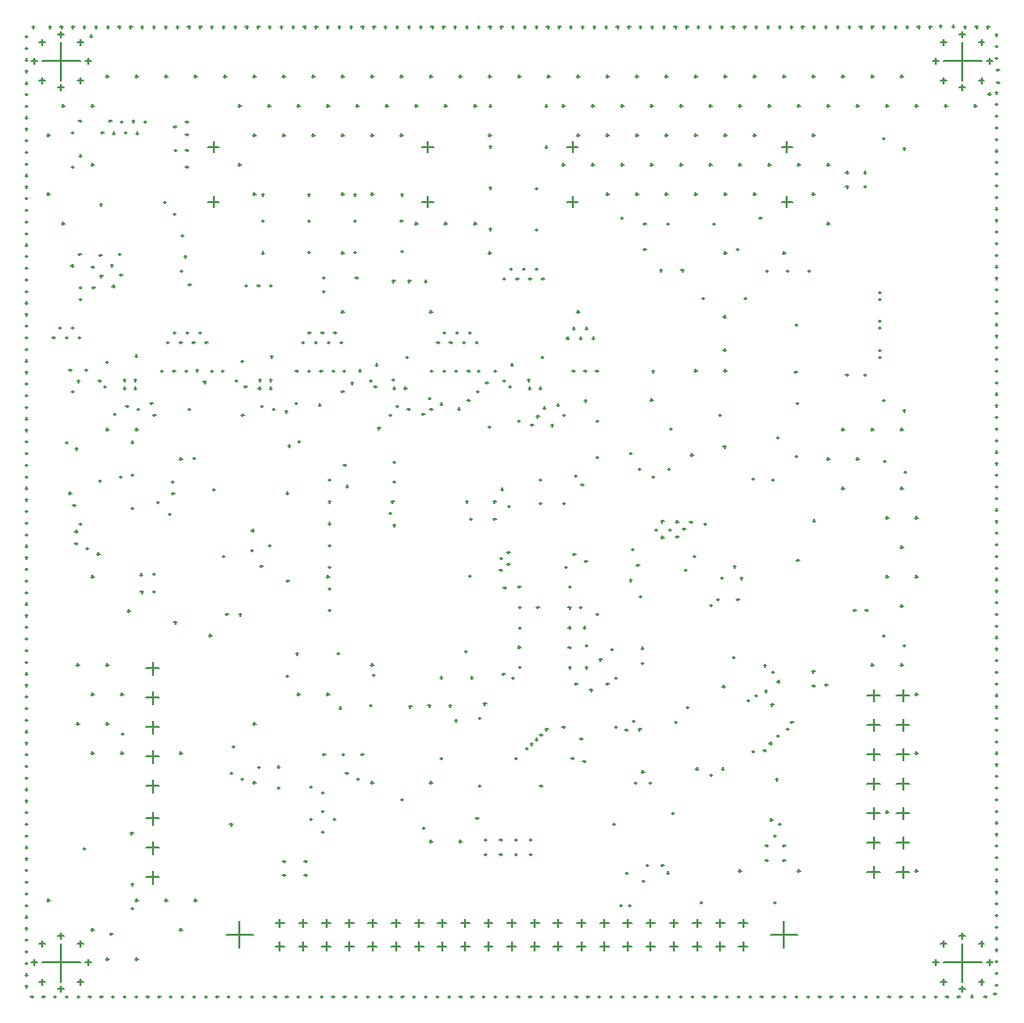
<source format=gbr>
G04*
G04 #@! TF.GenerationSoftware,Altium Limited,Altium Designer,24.1.2 (44)*
G04*
G04 Layer_Color=128*
%FSLAX44Y44*%
%MOMM*%
G71*
G04*
G04 #@! TF.SameCoordinates,178800DE-C825-426D-9C7D-1BE6540C9A12*
G04*
G04*
G04 #@! TF.FilePolarity,Positive*
G04*
G01*
G75*
%ADD18C,0.1270*%
D18*
X427625Y142078D02*
X429625D01*
X428625Y141078D02*
Y143078D01*
X427625Y129078D02*
X429625D01*
X428625Y128078D02*
Y130078D01*
X440625Y142078D02*
X442625D01*
X441625Y141078D02*
Y143078D01*
X414625Y142078D02*
X416625D01*
X415625Y141078D02*
Y143078D01*
X414625Y129078D02*
X416625D01*
X415625Y128078D02*
Y130078D01*
X401625Y142078D02*
X403625D01*
X402625Y141078D02*
Y143078D01*
X401625Y129078D02*
X403625D01*
X402625Y128078D02*
Y130078D01*
X440625Y129078D02*
X442625D01*
X441625Y128078D02*
Y130078D01*
X757600Y113800D02*
X767800D01*
X762700Y108700D02*
Y118900D01*
X732200Y113800D02*
X742400D01*
X737300Y108700D02*
Y118900D01*
X757600Y139200D02*
X767800D01*
X762700Y134100D02*
Y144300D01*
X732200Y139200D02*
X742400D01*
X737300Y134100D02*
Y144300D01*
X757600Y164600D02*
X767800D01*
X762700Y159500D02*
Y169700D01*
X732200Y164600D02*
X742400D01*
X737300Y159500D02*
Y169700D01*
X732200Y190000D02*
X742400D01*
X737300Y184900D02*
Y195100D01*
X732200Y215400D02*
X742400D01*
X737300Y210300D02*
Y220500D01*
X757600Y240800D02*
X767800D01*
X762700Y235700D02*
Y245900D01*
X732200Y240800D02*
X742400D01*
X737300Y235700D02*
Y245900D01*
X757600Y266200D02*
X767800D01*
X762700Y261100D02*
Y271300D01*
X732200Y266200D02*
X742400D01*
X737300Y261100D02*
Y271300D01*
X757600Y190000D02*
X767800D01*
X762700Y184900D02*
Y195100D01*
X757600Y215400D02*
X767800D01*
X762700Y210300D02*
Y220500D01*
X347750Y692500D02*
X357250D01*
X352500Y687750D02*
Y697250D01*
X162750Y692500D02*
X172250D01*
X167500Y687750D02*
Y697250D01*
X347750Y740000D02*
X357250D01*
X352500Y735250D02*
Y744750D01*
X162750Y740000D02*
X172250D01*
X167500Y735250D02*
Y744750D01*
X657750Y692500D02*
X667250D01*
X662500Y687750D02*
Y697250D01*
X472750Y692500D02*
X482250D01*
X477500Y687750D02*
Y697250D01*
X657750Y740000D02*
X667250D01*
X662500Y735250D02*
Y744750D01*
X472750Y740000D02*
X482250D01*
X477500Y735250D02*
Y744750D01*
X621250Y50000D02*
X628750D01*
X625000Y46250D02*
Y53750D01*
X621250Y70000D02*
X628750D01*
X625000Y66250D02*
Y73750D01*
X601250Y50000D02*
X608750D01*
X605000Y46250D02*
Y53750D01*
X601250Y70000D02*
X608750D01*
X605000Y66250D02*
Y73750D01*
X581250Y50000D02*
X588750D01*
X585000Y46250D02*
Y53750D01*
X581250Y70000D02*
X588750D01*
X585000Y66250D02*
Y73750D01*
X561250Y50000D02*
X568750D01*
X565000Y46250D02*
Y53750D01*
X561250Y70000D02*
X568750D01*
X565000Y66250D02*
Y73750D01*
X541250Y50000D02*
X548750D01*
X545000Y46250D02*
Y53750D01*
X541250Y70000D02*
X548750D01*
X545000Y66250D02*
Y73750D01*
X521250Y50000D02*
X528750D01*
X525000Y46250D02*
Y53750D01*
X521250Y70000D02*
X528750D01*
X525000Y66250D02*
Y73750D01*
X501250Y50000D02*
X508750D01*
X505000Y46250D02*
Y53750D01*
X501250Y70000D02*
X508750D01*
X505000Y66250D02*
Y73750D01*
X481250Y50000D02*
X488750D01*
X485000Y46250D02*
Y53750D01*
X481250Y70000D02*
X488750D01*
X485000Y66250D02*
Y73750D01*
X461250Y50000D02*
X468750D01*
X465000Y46250D02*
Y53750D01*
X461250Y70000D02*
X468750D01*
X465000Y66250D02*
Y73750D01*
X441250Y50000D02*
X448750D01*
X445000Y46250D02*
Y53750D01*
X441250Y70000D02*
X448750D01*
X445000Y66250D02*
Y73750D01*
X421250Y50000D02*
X428750D01*
X425000Y46250D02*
Y53750D01*
X421250Y70000D02*
X428750D01*
X425000Y66250D02*
Y73750D01*
X401250Y50000D02*
X408750D01*
X405000Y46250D02*
Y53750D01*
X401250Y70000D02*
X408750D01*
X405000Y66250D02*
Y73750D01*
X381250Y50000D02*
X388750D01*
X385000Y46250D02*
Y53750D01*
X381250Y70000D02*
X388750D01*
X385000Y66250D02*
Y73750D01*
X361250Y50000D02*
X368750D01*
X365000Y46250D02*
Y53750D01*
X361250Y70000D02*
X368750D01*
X365000Y66250D02*
Y73750D01*
X341250Y50000D02*
X348750D01*
X345000Y46250D02*
Y53750D01*
X341250Y70000D02*
X348750D01*
X345000Y66250D02*
Y73750D01*
X321250Y50000D02*
X328750D01*
X325000Y46250D02*
Y53750D01*
X321250Y70000D02*
X328750D01*
X325000Y66250D02*
Y73750D01*
X301250Y50000D02*
X308750D01*
X305000Y46250D02*
Y53750D01*
X301250Y70000D02*
X308750D01*
X305000Y66250D02*
Y73750D01*
X281250Y50000D02*
X288750D01*
X285000Y46250D02*
Y53750D01*
X281250Y70000D02*
X288750D01*
X285000Y66250D02*
Y73750D01*
X261250Y50000D02*
X268750D01*
X265000Y46250D02*
Y53750D01*
X261250Y70000D02*
X268750D01*
X265000Y66250D02*
Y73750D01*
X241250Y50000D02*
X248750D01*
X245000Y46250D02*
Y53750D01*
X241250Y70000D02*
X248750D01*
X245000Y66250D02*
Y73750D01*
X221250Y50000D02*
X228750D01*
X225000Y46250D02*
Y53750D01*
X221250Y70000D02*
X228750D01*
X225000Y66250D02*
Y73750D01*
X178500Y60000D02*
X201500D01*
X190000Y48500D02*
Y71500D01*
X648500Y60000D02*
X671500D01*
X660000Y48500D02*
Y71500D01*
X17060Y52440D02*
X22060D01*
X19560Y49940D02*
Y54940D01*
X49940Y19560D02*
X54940D01*
X52440Y17060D02*
Y22060D01*
X17060Y19560D02*
X22060D01*
X19560Y17060D02*
Y22060D01*
X49940Y52440D02*
X54940D01*
X52440Y49940D02*
Y54940D01*
X56750Y36000D02*
X61750D01*
X59250Y33500D02*
Y38500D01*
X33500Y13140D02*
X38500D01*
X36000Y10640D02*
Y15640D01*
X10250Y36000D02*
X15250D01*
X12750Y33500D02*
Y38500D01*
X33500Y59250D02*
X38500D01*
X36000Y56750D02*
Y61750D01*
X19500Y36000D02*
X52500D01*
X36000Y19500D02*
Y52500D01*
X17060Y830440D02*
X22060D01*
X19560Y827940D02*
Y832940D01*
X49940Y797560D02*
X54940D01*
X52440Y795060D02*
Y800060D01*
X17060Y797560D02*
X22060D01*
X19560Y795060D02*
Y800060D01*
X49940Y830440D02*
X54940D01*
X52440Y827940D02*
Y832940D01*
X56750Y814000D02*
X61750D01*
X59250Y811500D02*
Y816500D01*
X33500Y791140D02*
X38500D01*
X36000Y788640D02*
Y793640D01*
X10250Y814000D02*
X15250D01*
X12750Y811500D02*
Y816500D01*
X33500Y837250D02*
X38500D01*
X36000Y834750D02*
Y839750D01*
X19500Y814000D02*
X52500D01*
X36000Y797500D02*
Y830500D01*
X795060Y830440D02*
X800060D01*
X797560Y827940D02*
Y832940D01*
X827940Y797560D02*
X832940D01*
X830440Y795060D02*
Y800060D01*
X795060Y797560D02*
X800060D01*
X797560Y795060D02*
Y800060D01*
X827940Y830440D02*
X832940D01*
X830440Y827940D02*
Y832940D01*
X834750Y814000D02*
X839750D01*
X837250Y811500D02*
Y816500D01*
X811500Y791140D02*
X816500D01*
X814000Y788640D02*
Y793640D01*
X788250Y814000D02*
X793250D01*
X790750Y811500D02*
Y816500D01*
X811500Y837250D02*
X816500D01*
X814000Y834750D02*
Y839750D01*
X797500Y814000D02*
X830500D01*
X814000Y797500D02*
Y830500D01*
X795060Y52440D02*
X800060D01*
X797560Y49940D02*
Y54940D01*
X827940Y19560D02*
X832940D01*
X830440Y17060D02*
Y22060D01*
X795060Y19560D02*
X800060D01*
X797560Y17060D02*
Y22060D01*
X827940Y52440D02*
X832940D01*
X830440Y49940D02*
Y54940D01*
X834750Y36000D02*
X839750D01*
X837250Y33500D02*
Y38500D01*
X811500Y13140D02*
X816500D01*
X814000Y10640D02*
Y15640D01*
X788250Y36000D02*
X793250D01*
X790750Y33500D02*
Y38500D01*
X811500Y59250D02*
X816500D01*
X814000Y56750D02*
Y61750D01*
X797500Y36000D02*
X830500D01*
X814000Y19500D02*
Y52500D01*
X109816Y109728D02*
X120816D01*
X115316Y104228D02*
Y115228D01*
X109816Y135128D02*
X120816D01*
X115316Y129628D02*
Y140628D01*
X109816Y160528D02*
X120816D01*
X115316Y155028D02*
Y166028D01*
X109816Y188516D02*
X120816D01*
X115316Y183016D02*
Y194016D01*
X109816Y213916D02*
X120816D01*
X115316Y208416D02*
Y219416D01*
X109816Y239316D02*
X120816D01*
X115316Y233816D02*
Y244816D01*
X109816Y264716D02*
X120816D01*
X115316Y259216D02*
Y270216D01*
X109816Y290116D02*
X120816D01*
X115316Y284616D02*
Y295616D01*
X684800Y417484D02*
X686800D01*
X685800Y416484D02*
Y418484D01*
X619407Y349602D02*
X621407D01*
X620407Y348602D02*
Y350602D01*
X615455Y299628D02*
X617455D01*
X616455Y298628D02*
Y300628D01*
X596041Y197657D02*
X598041D01*
X597041Y196657D02*
Y198657D01*
X606489Y203289D02*
X608489D01*
X607489Y202289D02*
Y204289D01*
X584015Y203289D02*
X586015D01*
X585014Y202289D02*
Y204289D01*
X824186Y775582D02*
X826186D01*
X825186Y774582D02*
Y776582D01*
X798786Y775582D02*
X800786D01*
X799786Y774582D02*
Y776582D01*
X760686Y800982D02*
X762686D01*
X761686Y799982D02*
Y801982D01*
X773386Y775582D02*
X775386D01*
X774386Y774582D02*
Y776582D01*
X760686Y496182D02*
X762686D01*
X761686Y495182D02*
Y497182D01*
X760686Y445382D02*
X762686D01*
X761686Y444382D02*
Y446382D01*
X773386Y419982D02*
X775386D01*
X774386Y418982D02*
Y420982D01*
X760686Y394582D02*
X762686D01*
X761686Y393582D02*
Y395582D01*
X773386Y369182D02*
X775386D01*
X774386Y368182D02*
Y370182D01*
X760686Y343782D02*
X762686D01*
X761686Y342782D02*
Y344782D01*
X760686Y292982D02*
X762686D01*
X761686Y291982D02*
Y293982D01*
X773386Y267582D02*
X775386D01*
X774386Y266582D02*
Y268582D01*
X773386Y216782D02*
X775386D01*
X774386Y215782D02*
Y217782D01*
X773386Y115182D02*
X775386D01*
X774386Y114182D02*
Y116182D01*
X735286Y800982D02*
X737286D01*
X736286Y799982D02*
Y801982D01*
X747986Y775582D02*
X749986D01*
X748986Y774582D02*
Y776582D01*
X735286Y496182D02*
X737286D01*
X736286Y495182D02*
Y497182D01*
X747986Y419982D02*
X749986D01*
X748986Y418982D02*
Y420982D01*
X747986Y369182D02*
X749986D01*
X748986Y368182D02*
Y370182D01*
X735286Y292982D02*
X737286D01*
X736286Y291982D02*
Y293982D01*
X747986Y165982D02*
X749986D01*
X748986Y164982D02*
Y166982D01*
X709886Y800982D02*
X711886D01*
X710886Y799982D02*
Y801982D01*
X722586Y775582D02*
X724586D01*
X723586Y774582D02*
Y776582D01*
X709886Y496182D02*
X711886D01*
X710886Y495182D02*
Y497182D01*
X722586Y470782D02*
X724586D01*
X723586Y469782D02*
Y471782D01*
X709886Y445382D02*
X711886D01*
X710886Y444382D02*
Y446382D01*
X684486Y800982D02*
X686486D01*
X685486Y799982D02*
Y801982D01*
X697186Y775582D02*
X699186D01*
X698186Y774582D02*
Y776582D01*
X684486Y750182D02*
X686486D01*
X685486Y749182D02*
Y751182D01*
X697186Y724782D02*
X699186D01*
X698186Y723782D02*
Y725782D01*
X684486Y699382D02*
X686486D01*
X685486Y698382D02*
Y700382D01*
X697186Y673982D02*
X699186D01*
X698186Y672982D02*
Y674982D01*
X697186Y470782D02*
X699186D01*
X698186Y469782D02*
Y471782D01*
X659086Y800982D02*
X661086D01*
X660086Y799982D02*
Y801982D01*
X671786Y775582D02*
X673786D01*
X672786Y774582D02*
Y776582D01*
X671786Y724782D02*
X673786D01*
X672786Y723782D02*
Y725782D01*
X659086Y648582D02*
X661086D01*
X660086Y647582D02*
Y649582D01*
X671786Y115182D02*
X673786D01*
X672786Y114182D02*
Y116182D01*
X633686Y800982D02*
X635686D01*
X634686Y799982D02*
Y801982D01*
X646386Y775582D02*
X648386D01*
X647386Y774582D02*
Y776582D01*
X633686Y750182D02*
X635686D01*
X634686Y749182D02*
Y751182D01*
X646386Y724782D02*
X648386D01*
X647386Y723782D02*
Y725782D01*
X633686Y699382D02*
X635686D01*
X634686Y698382D02*
Y700382D01*
X608286Y800982D02*
X610286D01*
X609286Y799982D02*
Y801982D01*
X620986Y775582D02*
X622986D01*
X621986Y774582D02*
Y776582D01*
X608286Y750182D02*
X610286D01*
X609286Y749182D02*
Y751182D01*
X620986Y724782D02*
X622986D01*
X621986Y723782D02*
Y725782D01*
X608286Y699382D02*
X610286D01*
X609286Y698382D02*
Y700382D01*
X608286Y648582D02*
X610286D01*
X609286Y647582D02*
Y649582D01*
X608286Y546982D02*
X610286D01*
X609286Y545982D02*
Y547982D01*
X620986Y115182D02*
X622986D01*
X621986Y114182D02*
Y116182D01*
X582886Y800982D02*
X584886D01*
X583886Y799982D02*
Y801982D01*
X595586Y775582D02*
X597586D01*
X596586Y774582D02*
Y776582D01*
X582886Y750182D02*
X584886D01*
X583886Y749182D02*
Y751182D01*
X595586Y724782D02*
X597586D01*
X596586Y723782D02*
Y725782D01*
X582886Y699382D02*
X584886D01*
X583886Y698382D02*
Y700382D01*
X582886Y546982D02*
X584886D01*
X583886Y545982D02*
Y547982D01*
X557486Y800982D02*
X559486D01*
X558486Y799982D02*
Y801982D01*
X570186Y775582D02*
X572186D01*
X571186Y774582D02*
Y776582D01*
X557486Y750182D02*
X559486D01*
X558486Y749182D02*
Y751182D01*
X570186Y724782D02*
X572186D01*
X571186Y723782D02*
Y725782D01*
X557486Y699382D02*
X559486D01*
X558486Y698382D02*
Y700382D01*
X532086Y800982D02*
X534086D01*
X533086Y799982D02*
Y801982D01*
X544786Y775582D02*
X546786D01*
X545786Y774582D02*
Y776582D01*
X532086Y750182D02*
X534086D01*
X533086Y749182D02*
Y751182D01*
X544786Y724782D02*
X546786D01*
X545786Y723782D02*
Y725782D01*
X532086Y699382D02*
X534086D01*
X533086Y698382D02*
Y700382D01*
X544786Y521582D02*
X546786D01*
X545786Y520582D02*
Y522582D01*
X506686Y800982D02*
X508686D01*
X507686Y799982D02*
Y801982D01*
X519386Y775582D02*
X521386D01*
X520386Y774582D02*
Y776582D01*
X506686Y750182D02*
X508686D01*
X507686Y749182D02*
Y751182D01*
X519386Y724782D02*
X521386D01*
X520386Y723782D02*
Y725782D01*
X506686Y699382D02*
X508686D01*
X507686Y698382D02*
Y700382D01*
X481286Y800982D02*
X483286D01*
X482286Y799982D02*
Y801982D01*
X493986Y775582D02*
X495986D01*
X494986Y774582D02*
Y776582D01*
X481286Y750182D02*
X483286D01*
X482286Y749182D02*
Y751182D01*
X493986Y724782D02*
X495986D01*
X494986Y723782D02*
Y725782D01*
X481286Y597782D02*
X483286D01*
X482286Y596782D02*
Y598782D01*
X455886Y800982D02*
X457886D01*
X456886Y799982D02*
Y801982D01*
X468586Y775582D02*
X470586D01*
X469586Y774582D02*
Y776582D01*
X468586Y724782D02*
X470586D01*
X469586Y723782D02*
Y725782D01*
X430486Y800982D02*
X432486D01*
X431486Y799982D02*
Y801982D01*
X405086Y800982D02*
X407086D01*
X406086Y799982D02*
Y801982D01*
X405086Y750182D02*
X407086D01*
X406086Y749182D02*
Y751182D01*
X405086Y648582D02*
X407086D01*
X406086Y647582D02*
Y649582D01*
X379686Y800982D02*
X381686D01*
X380686Y799982D02*
Y801982D01*
X392386Y775582D02*
X394386D01*
X393386Y774582D02*
Y776582D01*
X392386Y673982D02*
X394386D01*
X393386Y672982D02*
Y674982D01*
X379686Y140582D02*
X381686D01*
X380686Y139582D02*
Y141582D01*
X354286Y800982D02*
X356286D01*
X355286Y799982D02*
Y801982D01*
X366986Y775582D02*
X368986D01*
X367986Y774582D02*
Y776582D01*
X366986Y673982D02*
X368986D01*
X367986Y672982D02*
Y674982D01*
X354286Y597782D02*
X356286D01*
X355286Y596782D02*
Y598782D01*
X354286Y191382D02*
X356286D01*
X355286Y190382D02*
Y192382D01*
X354286Y140582D02*
X356286D01*
X355286Y139582D02*
Y141582D01*
X328886Y800982D02*
X330886D01*
X329886Y799982D02*
Y801982D01*
X341586Y775582D02*
X343586D01*
X342586Y774582D02*
Y776582D01*
X328886Y750182D02*
X330886D01*
X329886Y749182D02*
Y751182D01*
X341586Y673982D02*
X343586D01*
X342586Y672982D02*
Y674982D01*
X303486Y800982D02*
X305486D01*
X304486Y799982D02*
Y801982D01*
X316186Y775582D02*
X318186D01*
X317186Y774582D02*
Y776582D01*
X303486Y750182D02*
X305486D01*
X304486Y749182D02*
Y751182D01*
X303486Y699382D02*
X305486D01*
X304486Y698382D02*
Y700382D01*
X303486Y292982D02*
X305486D01*
X304486Y291982D02*
Y293982D01*
X303486Y191382D02*
X305486D01*
X304486Y190382D02*
Y192382D01*
X278086Y800982D02*
X280086D01*
X279086Y799982D02*
Y801982D01*
X290786Y775582D02*
X292786D01*
X291786Y774582D02*
Y776582D01*
X278086Y750182D02*
X280086D01*
X279086Y749182D02*
Y751182D01*
X278086Y699382D02*
X280086D01*
X279086Y698382D02*
Y700382D01*
X278086Y648582D02*
X280086D01*
X279086Y647582D02*
Y649582D01*
X278086Y597782D02*
X280086D01*
X279086Y596782D02*
Y598782D01*
X252686Y800982D02*
X254686D01*
X253686Y799982D02*
Y801982D01*
X265386Y775582D02*
X267386D01*
X266386Y774582D02*
Y776582D01*
X252686Y750182D02*
X254686D01*
X253686Y749182D02*
Y751182D01*
X265386Y369182D02*
X267386D01*
X266386Y368182D02*
Y370182D01*
X265386Y267582D02*
X267386D01*
X266386Y266582D02*
Y268582D01*
X227286Y800982D02*
X229286D01*
X228286Y799982D02*
Y801982D01*
X239986Y775582D02*
X241986D01*
X240986Y774582D02*
Y776582D01*
X227286Y750182D02*
X229286D01*
X228286Y749182D02*
Y751182D01*
X239986Y267582D02*
X241986D01*
X240986Y266582D02*
Y268582D01*
X201886Y800982D02*
X203886D01*
X202886Y799982D02*
Y801982D01*
X214586Y775582D02*
X216586D01*
X215586Y774582D02*
Y776582D01*
X201886Y750182D02*
X203886D01*
X202886Y749182D02*
Y751182D01*
X201886Y699382D02*
X203886D01*
X202886Y698382D02*
Y700382D01*
X201886Y242182D02*
X203886D01*
X202886Y241182D02*
Y243182D01*
X201886Y191382D02*
X203886D01*
X202886Y190382D02*
Y192382D01*
X176486Y800982D02*
X178486D01*
X177486Y799982D02*
Y801982D01*
X189186Y775582D02*
X191186D01*
X190186Y774582D02*
Y776582D01*
X189186Y724782D02*
X191186D01*
X190186Y723782D02*
Y725782D01*
X151086Y800982D02*
X153086D01*
X152086Y799982D02*
Y801982D01*
X163786Y318382D02*
X165786D01*
X164786Y317382D02*
Y319382D01*
X151086Y89782D02*
X153086D01*
X152086Y88782D02*
Y90782D01*
X125686Y800982D02*
X127686D01*
X126686Y799982D02*
Y801982D01*
X138386Y470782D02*
X140386D01*
X139386Y469782D02*
Y471782D01*
X138386Y216782D02*
X140386D01*
X139386Y215782D02*
Y217782D01*
X125686Y89782D02*
X127686D01*
X126686Y88782D02*
Y90782D01*
X138386Y64382D02*
X140386D01*
X139386Y63382D02*
Y65382D01*
X100286Y800982D02*
X102286D01*
X101286Y799982D02*
Y801982D01*
X100286Y496182D02*
X102286D01*
X101286Y495182D02*
Y497182D01*
X100286Y89782D02*
X102286D01*
X101286Y88782D02*
Y90782D01*
X100286Y38982D02*
X102286D01*
X101286Y37982D02*
Y39982D01*
X74886Y800982D02*
X76886D01*
X75886Y799982D02*
Y801982D01*
X74886Y496182D02*
X76886D01*
X75886Y495182D02*
Y497182D01*
X74886Y292982D02*
X76886D01*
X75886Y291982D02*
Y293982D01*
X87586Y267582D02*
X89586D01*
X88586Y266582D02*
Y268582D01*
X74886Y242182D02*
X76886D01*
X75886Y241182D02*
Y243182D01*
X87586Y216782D02*
X89586D01*
X88586Y215782D02*
Y217782D01*
X74886Y38982D02*
X76886D01*
X75886Y37982D02*
Y39982D01*
X62186Y775582D02*
X64186D01*
X63186Y774582D02*
Y776582D01*
X62186Y724782D02*
X64186D01*
X63186Y723782D02*
Y725782D01*
X62186Y369182D02*
X64186D01*
X63186Y368182D02*
Y370182D01*
X49486Y292982D02*
X51486D01*
X50486Y291982D02*
Y293982D01*
X62186Y267582D02*
X64186D01*
X63186Y266582D02*
Y268582D01*
X49486Y242182D02*
X51486D01*
X50486Y241182D02*
Y243182D01*
X62186Y216782D02*
X64186D01*
X63186Y215782D02*
Y217782D01*
X62186Y64382D02*
X64186D01*
X63186Y63382D02*
Y65382D01*
X36786Y775582D02*
X38786D01*
X37786Y774582D02*
Y776582D01*
X24086Y750182D02*
X26086D01*
X25086Y749182D02*
Y751182D01*
X24086Y699382D02*
X26086D01*
X25086Y698382D02*
Y700382D01*
X36786Y673982D02*
X38786D01*
X37786Y672982D02*
Y674982D01*
X24086Y89782D02*
X26086D01*
X25086Y88782D02*
Y90782D01*
X506837Y276623D02*
X508837D01*
X507837Y275623D02*
Y277623D01*
X492594Y271200D02*
X494594D01*
X493594Y270200D02*
Y272200D01*
X661973Y237795D02*
X663973D01*
X662973Y236795D02*
Y238795D01*
X523060Y236832D02*
X525060D01*
X524060Y235832D02*
Y237832D01*
X514050Y239403D02*
X516050D01*
X515050Y238403D02*
Y240403D01*
X484090Y229307D02*
X486090D01*
X485090Y228307D02*
Y230307D01*
X468846Y239342D02*
X470846D01*
X469846Y238342D02*
Y240342D01*
X486541Y209774D02*
X488541D01*
X487541Y208774D02*
Y210774D01*
X476506Y212532D02*
X478506D01*
X477506Y211532D02*
Y213532D01*
X684624Y287258D02*
X686624D01*
X685624Y286258D02*
Y288258D01*
X649364Y286946D02*
X651364D01*
X650364Y285946D02*
Y287946D01*
X632639Y217956D02*
X634639D01*
X633639Y216956D02*
Y218956D01*
X642636Y292354D02*
X644636D01*
X643636Y291354D02*
Y293354D01*
X654226Y278636D02*
X656226D01*
X655226Y277636D02*
Y279636D01*
X671084Y383032D02*
X673084D01*
X672084Y382032D02*
Y384032D01*
X115618Y508723D02*
X117618D01*
X116618Y507723D02*
Y509723D01*
X145691Y513630D02*
X147691D01*
X146691Y512630D02*
Y514630D01*
X565820Y243723D02*
X567820D01*
X566820Y242723D02*
Y244723D01*
X575580Y256286D02*
X577580D01*
X576580Y255286D02*
Y257286D01*
X513905Y281584D02*
X515905D01*
X514905Y280584D02*
Y282584D01*
X684653Y275089D02*
X686653D01*
X685653Y274089D02*
Y276089D01*
X606750Y274450D02*
X608750D01*
X607750Y273450D02*
Y275450D01*
X643366Y270292D02*
X645366D01*
X644366Y269292D02*
Y271292D01*
X665964Y243509D02*
X667963D01*
X666964Y242509D02*
Y244509D01*
X649041Y258504D02*
X651041D01*
X650041Y257504D02*
Y259504D01*
X653693Y231531D02*
X655693D01*
X654693Y230531D02*
Y232531D01*
X647490Y225328D02*
X649490D01*
X648490Y224328D02*
Y226328D01*
X642394Y218903D02*
X644394D01*
X643394Y217903D02*
Y219903D01*
X635270Y266700D02*
X637270D01*
X636270Y265700D02*
Y267700D01*
X628564Y261970D02*
X630564D01*
X629565Y260970D02*
Y262970D01*
X479668Y276812D02*
X481668D01*
X480668Y275812D02*
Y277812D01*
X388128Y369570D02*
X390128D01*
X389128Y368570D02*
Y370570D01*
X421276Y389971D02*
X423276D01*
X422276Y388971D02*
Y390971D01*
X414701Y374569D02*
X416701D01*
X415701Y373569D02*
Y375569D01*
X574292Y374628D02*
X576292D01*
X575292Y373628D02*
Y375628D01*
X528362Y392453D02*
X530362D01*
X529362Y391453D02*
Y393453D01*
X378782Y513994D02*
X380782D01*
X379782Y512994D02*
Y514995D01*
X321354Y433718D02*
X323354D01*
X322354Y432718D02*
Y434718D01*
X47993Y397807D02*
X49993D01*
X48993Y396807D02*
Y398807D01*
X540885Y119940D02*
X542885D01*
X541885Y118940D02*
Y120940D01*
X554104Y119940D02*
X556105D01*
X555104Y118940D02*
Y120940D01*
X523326Y113097D02*
X525326D01*
X524326Y112098D02*
Y114097D01*
X558914Y113515D02*
X560914D01*
X559914Y112515D02*
Y114515D01*
X537808Y106258D02*
X539808D01*
X538808Y105258D02*
Y107258D01*
X449330Y188458D02*
X451330D01*
X450330Y187458D02*
Y189458D01*
X500796Y297386D02*
X502795D01*
X501796Y296387D02*
Y298386D01*
X510742Y306137D02*
X512742D01*
X511742Y305137D02*
Y307137D01*
X536971Y294500D02*
X538971D01*
X537971Y293500D02*
Y295500D01*
X536971Y307383D02*
X538971D01*
X537971Y306383D02*
Y308383D01*
X409346Y419030D02*
X411346D01*
X410346Y418030D02*
Y420029D01*
X566944Y403704D02*
X568944D01*
X567944Y402704D02*
Y404704D01*
X554148Y403050D02*
X556148D01*
X555148Y402050D02*
Y404050D01*
X578853Y416306D02*
X580853D01*
X579853Y415306D02*
Y417306D01*
X566944Y416715D02*
X568944D01*
X567944Y415715D02*
Y417715D01*
X554148Y416891D02*
X556148D01*
X555148Y415891D02*
Y417891D01*
X548549Y409617D02*
X550549D01*
X549549Y408617D02*
Y410617D01*
X572800Y410217D02*
X574800D01*
X573800Y409217D02*
Y411217D01*
X560340Y409617D02*
X562340D01*
X561340Y408617D02*
Y410617D01*
X581915Y386790D02*
X583915D01*
X582915Y385790D02*
Y387790D01*
X616657Y377889D02*
X618657D01*
X617657Y376889D02*
Y378889D01*
X607702Y564793D02*
X609702D01*
X608702Y563793D02*
Y565793D01*
X607687Y593660D02*
X609687D01*
X608687Y592660D02*
Y594660D01*
X603553Y508633D02*
X605553D01*
X604553Y507633D02*
Y509633D01*
X653938Y488950D02*
X655938D01*
X654938Y487950D02*
Y489950D01*
X579596Y474218D02*
X581596D01*
X580596Y473218D02*
Y475218D01*
X607702Y481200D02*
X609702D01*
X608702Y480200D02*
Y482200D01*
X363487Y518193D02*
X365487D01*
X364487Y517193D02*
Y519193D01*
X386726Y521196D02*
X388726D01*
X387726Y520196D02*
Y522196D01*
X353132Y523099D02*
X355132D01*
X354132Y522099D02*
Y524099D01*
X469162Y508462D02*
X471162D01*
X470162Y507462D02*
Y509462D01*
X498110Y503589D02*
X500110D01*
X499110Y502589D02*
Y504589D01*
X464000Y517458D02*
X466000D01*
X465000Y516458D02*
Y518458D01*
X512334Y155448D02*
X514334D01*
X513334Y154448D02*
Y156448D01*
X563134Y164846D02*
X565134D01*
X564134Y163846D02*
Y165846D01*
X526107Y85084D02*
X528107D01*
X527108Y84084D02*
Y86084D01*
X518430Y85344D02*
X520430D01*
X519430Y84344D02*
Y86344D01*
X394125Y160891D02*
X396125D01*
X395125Y159891D02*
Y161891D01*
X348250Y152400D02*
X350250D01*
X349250Y151400D02*
Y153400D01*
X534739Y237273D02*
X536739D01*
X535739Y236273D02*
Y238272D01*
X695525Y275782D02*
X697525D01*
X696525Y274782D02*
Y276782D01*
X622661Y367778D02*
X624661D01*
X623661Y366778D02*
Y368778D01*
X605499Y367979D02*
X607499D01*
X606498Y366979D02*
Y368979D01*
X535182Y351779D02*
X537182D01*
X536182Y350779D02*
Y352779D01*
X405654Y775716D02*
X407654D01*
X406654Y774716D02*
Y776716D01*
X405720Y740222D02*
X407720D01*
X406720Y739222D02*
Y741222D01*
X405720Y704662D02*
X407720D01*
X406720Y703662D02*
Y705662D01*
X421582Y430111D02*
X423582D01*
X422582Y429111D02*
Y431111D01*
X409346Y433755D02*
X411346D01*
X410346Y432755D02*
Y434755D01*
X388657Y419030D02*
X390657D01*
X389657Y418030D02*
Y420029D01*
X488106Y382316D02*
X490106D01*
X489106Y381316D02*
Y383316D01*
X471108Y377220D02*
X473108D01*
X472108Y376220D02*
Y378220D01*
X47993Y408202D02*
X49993D01*
X48993Y407202D02*
Y409202D01*
X417073Y285226D02*
X419073D01*
X418073Y284226D02*
Y286226D01*
X389519Y281982D02*
X391519D01*
X390519Y280982D02*
Y282982D01*
X336511Y256845D02*
X338512D01*
X337511Y255845D02*
Y257845D01*
X276229Y255782D02*
X278229D01*
X277229Y254782D02*
Y256782D01*
X51856Y414782D02*
X53856D01*
X52856Y413783D02*
Y415783D01*
X376160Y244888D02*
X378160D01*
X377160Y243888D02*
Y245888D01*
X131701Y441139D02*
X133701D01*
X132702Y440139D02*
Y442139D01*
X166640Y444500D02*
X168640D01*
X167640Y443500D02*
Y445500D01*
X150152Y471180D02*
X152152D01*
X151152Y470180D02*
Y472180D01*
X425069Y281870D02*
X427069D01*
X426069Y280870D02*
Y282870D01*
X352822Y257674D02*
X354822D01*
X353822Y256674D02*
Y258674D01*
X371110Y257674D02*
X373110D01*
X372110Y256674D02*
Y258674D01*
X384416Y304412D02*
X386416D01*
X385416Y303412D02*
Y305412D01*
X532963Y379193D02*
X534963D01*
X533963Y378193D02*
Y380193D01*
X526538Y365949D02*
X528538D01*
X527538Y364949D02*
Y366949D01*
X596190Y344500D02*
X598190D01*
X597190Y343500D02*
Y345500D01*
X601967Y349307D02*
X603967D01*
X602967Y348307D02*
Y350307D01*
X181784Y155190D02*
X183784D01*
X182784Y154190D02*
Y156190D01*
X96088Y147618D02*
X98088D01*
X97088Y146618D02*
Y148618D01*
X274342Y302600D02*
X276342D01*
X275342Y301600D02*
Y303600D01*
X363079Y281982D02*
X365079D01*
X364079Y280982D02*
Y282982D01*
X477928Y388644D02*
X479928D01*
X478928Y387644D02*
Y389644D01*
X415061Y384977D02*
X417061D01*
X416061Y383977D02*
Y385977D01*
X421176Y379941D02*
X423176D01*
X422176Y378941D02*
Y380941D01*
X304922Y284480D02*
X306922D01*
X305922Y283480D02*
Y285480D01*
X322850Y413357D02*
X324850D01*
X323850Y412357D02*
Y414357D01*
X48512Y479461D02*
X50512D01*
X49512Y478461D02*
Y480461D01*
X488897Y290696D02*
X490897D01*
X489897Y289696D02*
Y291696D01*
X488897Y309443D02*
X490897D01*
X489897Y308443D02*
Y310443D01*
X655546Y155327D02*
X657546D01*
X656546Y154327D02*
Y156327D01*
X648141Y159242D02*
X650141D01*
X649141Y158242D02*
Y160242D01*
X248918Y649001D02*
X250917D01*
X249918Y648001D02*
Y650001D01*
X288987Y649315D02*
X290987D01*
X289987Y648315D02*
Y650315D01*
X409654Y546703D02*
X411654D01*
X410653Y545703D02*
Y547703D01*
X395514Y546703D02*
X397514D01*
X396514Y545703D02*
Y547703D01*
X292811Y547034D02*
X294811D01*
X293811Y546034D02*
Y548034D01*
X279517Y546888D02*
X281517D01*
X280517Y545888D02*
Y547888D01*
X165417Y546842D02*
X167417D01*
X166417Y545842D02*
Y547842D01*
X152347Y547156D02*
X154347D01*
X153347Y546156D02*
Y548156D01*
X42953Y547449D02*
X44953D01*
X43953Y546449D02*
Y548449D01*
X56652Y547562D02*
X58652D01*
X57652Y546562D02*
Y548562D01*
X281934Y447180D02*
X283934D01*
X282934Y446180D02*
Y448180D01*
X474358Y360563D02*
X476358D01*
X475359Y359563D02*
Y361563D01*
X483511Y342463D02*
X485511D01*
X484511Y341463D02*
Y343463D01*
X486975Y325303D02*
X488975D01*
X487975Y324303D02*
Y326303D01*
X446596Y342505D02*
X448596D01*
X447595Y341505D02*
Y343505D01*
X836286Y785782D02*
X838287D01*
X837287Y784782D02*
Y786783D01*
X61286Y835782D02*
X63286D01*
X62286Y834782D02*
Y836783D01*
X78300Y60960D02*
X80300D01*
X79300Y59960D02*
Y61960D01*
X46276Y430788D02*
X48276D01*
X47276Y429789D02*
Y431788D01*
X96813Y485262D02*
X98813D01*
X97814Y484263D02*
Y486263D01*
X39865Y485125D02*
X41865D01*
X40865Y484124D02*
Y486124D01*
X57586Y393685D02*
X59587D01*
X58587Y392685D02*
Y394684D01*
X67312Y388681D02*
X69312D01*
X68312Y387681D02*
Y389681D01*
X295077Y215884D02*
X297076D01*
X296077Y214884D02*
Y216884D01*
X262057Y215884D02*
X264056D01*
X263057Y214884D02*
Y216884D01*
X278512Y215884D02*
X280513D01*
X279513Y214884D02*
Y216884D01*
X281702Y199390D02*
X283702D01*
X282702Y198390D02*
Y200390D01*
X291428Y194387D02*
X293428D01*
X292428Y193387D02*
Y195387D01*
X222520Y204963D02*
X224520D01*
X223520Y203963D02*
Y205963D01*
X206010Y204470D02*
X208010D01*
X207010Y203470D02*
Y205470D01*
X191606Y194387D02*
X193606D01*
X192606Y193387D02*
Y195387D01*
X181880Y199390D02*
X183880D01*
X182880Y198390D02*
Y200390D01*
X250460Y160020D02*
X252460D01*
X251460Y159020D02*
Y161020D01*
X270780Y160020D02*
X272780D01*
X271780Y159020D02*
Y161020D01*
X260620Y166370D02*
X262620D01*
X261620Y165370D02*
Y167370D01*
X260620Y148590D02*
X262620D01*
X261620Y147590D02*
Y149590D01*
X260620Y182880D02*
X262620D01*
X261620Y181880D02*
Y183880D01*
X745110Y747410D02*
X747110D01*
X746110Y746410D02*
Y748410D01*
X762890Y738520D02*
X764890D01*
X763890Y737520D02*
Y739520D01*
X745110Y521410D02*
X747110D01*
X746110Y520410D02*
Y522410D01*
X762890Y512520D02*
X764890D01*
X763890Y511520D02*
Y513520D01*
X745110Y318310D02*
X747110D01*
X746110Y317310D02*
Y319310D01*
X762890Y309420D02*
X764890D01*
X763890Y308420D02*
Y310420D01*
X763540Y459740D02*
X765540D01*
X764540Y458740D02*
Y460740D01*
X745760Y468630D02*
X747760D01*
X746760Y467630D02*
Y469630D01*
X246075Y111760D02*
X248075D01*
X247075Y110760D02*
Y112760D01*
X246075Y123190D02*
X248075D01*
X247075Y122190D02*
Y124190D01*
X227577Y111760D02*
X229577D01*
X228577Y110760D02*
Y112760D01*
X227577Y123190D02*
X229577D01*
X228577Y122190D02*
Y124190D01*
X454216Y237395D02*
X456216D01*
X455216Y236395D02*
Y238395D01*
X651089Y87630D02*
X653089D01*
X652089Y86630D02*
Y88630D01*
X587842Y87793D02*
X589842D01*
X588842Y86793D02*
Y88793D01*
X437068Y220555D02*
X439068D01*
X438068Y219555D02*
Y221555D01*
X441155Y224642D02*
X443155D01*
X442155Y223642D02*
Y225642D01*
X445243Y228729D02*
X447243D01*
X446242Y227729D02*
Y229729D01*
X449330Y232817D02*
X451330D01*
X450330Y231817D02*
Y233816D01*
X28606Y575530D02*
X30606D01*
X29606Y574530D02*
Y576530D01*
X39668Y575530D02*
X41668D01*
X40668Y574530D02*
Y576530D01*
X34137Y583984D02*
X36137D01*
X35137Y582984D02*
Y584984D01*
X45198Y583984D02*
X47198D01*
X46198Y582984D02*
Y584984D01*
X50729Y575530D02*
X52729D01*
X51729Y574530D02*
Y576530D01*
X396510Y188358D02*
X398510D01*
X397510Y187358D02*
Y189358D01*
X86875Y629800D02*
X88875D01*
X87875Y628801D02*
Y630801D01*
X80155Y619894D02*
X82155D01*
X81155Y618895D02*
Y620895D01*
X69892Y628531D02*
X71892D01*
X70892Y627531D02*
Y629530D01*
X63172Y618624D02*
X65172D01*
X64172Y617625D02*
Y619624D01*
X85673Y647630D02*
X87673D01*
X86673Y646630D02*
Y648630D01*
X78953Y637724D02*
X80953D01*
X79953Y636724D02*
Y638724D01*
X69101Y646399D02*
X71101D01*
X70101Y645399D02*
Y647399D01*
X62381Y636493D02*
X64381D01*
X63381Y635493D02*
Y637493D01*
X133675Y736953D02*
X135675D01*
X134675Y735953D02*
Y737953D01*
X44720Y752602D02*
X46720D01*
X45720Y751602D02*
Y753602D01*
X51440Y762508D02*
X53440D01*
X52440Y761508D02*
Y763508D01*
X70720Y752602D02*
X72720D01*
X71720Y751602D02*
Y753602D01*
X77440Y762508D02*
X79440D01*
X78440Y761508D02*
Y763508D01*
X107389Y761880D02*
X109389D01*
X108389Y760881D02*
Y762880D01*
X100669Y751974D02*
X102669D01*
X101669Y750975D02*
Y752974D01*
X97406Y762262D02*
X99406D01*
X98406Y761262D02*
Y763261D01*
X90686Y752355D02*
X92686D01*
X91686Y751356D02*
Y753355D01*
X87423Y761880D02*
X89423D01*
X88423Y760881D02*
Y762880D01*
X80703Y751974D02*
X82703D01*
X81703Y750975D02*
Y752974D01*
X418058Y359430D02*
X420058D01*
X419058Y358430D02*
Y360430D01*
X178193Y336661D02*
X180193D01*
X179193Y335662D02*
Y337662D01*
X189887Y336400D02*
X191887D01*
X190887Y335400D02*
Y337400D01*
X175530Y386530D02*
X177530D01*
X176530Y385530D02*
Y387530D01*
X133509Y329568D02*
X135509D01*
X134509Y328568D02*
Y330568D01*
X591250Y414750D02*
X593250D01*
X592250Y413750D02*
Y415750D01*
X484885Y448707D02*
X486885D01*
X485885Y447707D02*
Y449707D01*
X479402Y455896D02*
X481401D01*
X480401Y454897D02*
Y456897D01*
X222520Y186690D02*
X224520D01*
X223520Y185690D02*
Y187690D01*
X363490Y212500D02*
X365490D01*
X364490Y211500D02*
Y213500D01*
X427475Y212500D02*
X429475D01*
X428475Y211500D02*
Y213500D01*
X239030Y302456D02*
X241030D01*
X240030Y301456D02*
Y303456D01*
X302530Y257810D02*
X304530D01*
X303530Y256810D02*
Y258810D01*
X230631Y441262D02*
X232631D01*
X231631Y440262D02*
Y442262D01*
X230769Y365715D02*
X232769D01*
X231769Y364715D02*
Y366715D01*
X131444Y451180D02*
X133444D01*
X132444Y450180D02*
Y452180D01*
X68850Y451843D02*
X70850D01*
X69850Y450844D02*
Y452844D01*
X50087Y537935D02*
X52087D01*
X51087Y536935D02*
Y538935D01*
X158892Y537071D02*
X160892D01*
X159892Y536071D02*
Y538071D01*
X319167Y424182D02*
X321167D01*
X320167Y423182D02*
Y425182D01*
X385080Y433755D02*
X387080D01*
X386080Y432755D02*
Y434755D01*
X322902Y467713D02*
X324902D01*
X323902Y466712D02*
Y468712D01*
X329200Y176530D02*
X331200D01*
X330200Y175530D02*
Y177530D01*
X250460Y187960D02*
X252460D01*
X251460Y186960D02*
Y188960D01*
X400960Y259283D02*
X402960D01*
X401959Y258283D02*
Y260283D01*
X396373Y247029D02*
X398373D01*
X397373Y246029D02*
Y248029D01*
X128613Y423077D02*
X130613D01*
X129613Y422077D02*
Y424077D01*
X200351Y408981D02*
X202351D01*
X201351Y407981D02*
Y409981D01*
X199891Y391542D02*
X201891D01*
X200891Y390542D02*
Y392542D01*
X215299Y396181D02*
X217299D01*
X216299Y395181D02*
Y397181D01*
X207959Y378333D02*
X209959D01*
X208959Y377333D02*
Y379333D01*
X42763Y441193D02*
X44763D01*
X43763Y440192D02*
Y442192D01*
X96536Y82804D02*
X98536D01*
X97536Y81804D02*
Y83804D01*
X546408Y455451D02*
X548408D01*
X547408Y454451D02*
Y456451D01*
X662445Y633196D02*
X664445D01*
X663445Y632196D02*
Y634196D01*
X649536Y452830D02*
X651536D01*
X650536Y451830D02*
Y453830D01*
X559588Y462149D02*
X561588D01*
X560588Y461149D02*
Y463149D01*
X497964Y336757D02*
X499964D01*
X498964Y335756D02*
Y337756D01*
X498110Y472440D02*
X500110D01*
X499110Y471440D02*
Y473440D01*
X534228Y462057D02*
X536228D01*
X535228Y461057D02*
Y463057D01*
X280055Y465320D02*
X282055D01*
X281055Y464319D02*
Y466320D01*
X404619Y498433D02*
X406619D01*
X405619Y497433D02*
Y499433D01*
X430431Y503694D02*
X432431D01*
X431431Y502694D02*
Y504694D01*
X319467Y508638D02*
X321467D01*
X320467Y507638D02*
Y509638D01*
X309476Y497181D02*
X311476D01*
X310476Y496181D02*
Y498181D01*
X240309Y485937D02*
X242309D01*
X241309Y484937D02*
Y486937D01*
X231952Y481996D02*
X233952D01*
X232952Y480996D02*
Y482996D01*
X322850Y450848D02*
X324850D01*
X323850Y449847D02*
Y451847D01*
X713573Y543089D02*
X715573D01*
X714573Y542089D02*
Y544089D01*
X729250Y543114D02*
X731250D01*
X730250Y542114D02*
Y544114D01*
X713573Y705589D02*
X715573D01*
X714573Y704589D02*
Y706589D01*
X729250Y705614D02*
X731250D01*
X730250Y704614D02*
Y706614D01*
X729232Y718118D02*
X731232D01*
X730232Y717118D02*
Y719118D01*
X713555Y718093D02*
X715555D01*
X714555Y717093D02*
Y719093D01*
X720108Y340042D02*
X722108D01*
X721108Y339042D02*
Y341042D01*
X730502Y340018D02*
X732502D01*
X731502Y339018D02*
Y341018D01*
X537212Y200703D02*
X539212D01*
X538212Y199703D02*
Y201703D01*
X543812Y191177D02*
X545812D01*
X544812Y190177D02*
Y192177D01*
X531112Y191177D02*
X533112D01*
X532112Y190177D02*
Y192177D01*
X652618Y194109D02*
X654618D01*
X653618Y193109D02*
Y195109D01*
X651373Y145476D02*
X653373D01*
X652373Y144476D02*
Y146476D01*
X644016Y137004D02*
X646016D01*
X645016Y136004D02*
Y138004D01*
X659100Y136986D02*
X661099D01*
X660099Y135985D02*
Y137985D01*
X659118Y124361D02*
X661118D01*
X660118Y123361D02*
Y125361D01*
X644034Y124342D02*
X646034D01*
X645034Y123343D02*
Y125343D01*
X632551Y453362D02*
X634551D01*
X633550Y452362D02*
Y454362D01*
X669891Y473261D02*
X671891D01*
X670891Y472261D02*
Y474261D01*
X430596Y308273D02*
X432596D01*
X431596Y307273D02*
Y309273D01*
X473931Y307890D02*
X475931D01*
X474931Y306890D02*
Y308890D01*
X473998Y290696D02*
X475998D01*
X474998Y289696D02*
Y291696D01*
X473924Y342323D02*
X475924D01*
X474924Y341323D02*
Y343323D01*
X473966Y325163D02*
X475966D01*
X474966Y324163D02*
Y326163D01*
X430556Y360490D02*
X432556D01*
X431556Y359490D02*
Y361490D01*
X431133Y291211D02*
X433133D01*
X432133Y290211D02*
Y292211D01*
X431206Y325000D02*
X433206D01*
X432206Y324000D02*
Y326000D01*
X431206Y342500D02*
X433206D01*
X432206Y341500D02*
Y343500D01*
X230619Y283649D02*
X232619D01*
X231619Y282649D02*
Y284649D01*
X184049Y222588D02*
X186049D01*
X185049Y221588D02*
Y223588D01*
X529515Y244712D02*
X531515D01*
X530515Y243712D02*
Y245712D01*
X459224Y499809D02*
X461223D01*
X460224Y498809D02*
Y500809D01*
X526975Y475662D02*
X528975D01*
X527975Y474662D02*
Y476662D01*
X415954Y444665D02*
X417954D01*
X416954Y443665D02*
Y445665D01*
X449000Y452500D02*
X451000D01*
X450000Y451500D02*
Y453500D01*
X469050Y432500D02*
X471050D01*
X470050Y431500D02*
Y433500D01*
X266542Y339988D02*
X268542D01*
X267542Y338988D02*
Y340988D01*
X266542Y358733D02*
X268542D01*
X267542Y357733D02*
Y359733D01*
X266542Y377478D02*
X268542D01*
X267542Y376478D02*
Y378478D01*
X266542Y396223D02*
X268542D01*
X267542Y395223D02*
Y397223D01*
X266542Y414968D02*
X268542D01*
X267542Y413968D02*
Y415968D01*
X266542Y433713D02*
X268542D01*
X267542Y432713D02*
Y434713D01*
X266542Y452458D02*
X268542D01*
X267542Y451458D02*
Y453458D01*
X449000Y432500D02*
X451000D01*
X450000Y431500D02*
Y433500D01*
X115101Y356075D02*
X117101D01*
X116101Y355075D02*
Y357075D01*
X104759Y355801D02*
X106759D01*
X105759Y354801D02*
Y356801D01*
X104127Y370919D02*
X106127D01*
X105127Y369920D02*
Y371919D01*
X115503Y371196D02*
X117503D01*
X116503Y370196D02*
Y372196D01*
X86358Y455000D02*
X88358D01*
X87358Y454000D02*
Y456000D01*
X741818Y564596D02*
X743818D01*
X742818Y563596D02*
Y565596D01*
X741818Y558816D02*
X743818D01*
X742818Y557816D02*
Y559816D01*
X742033Y614540D02*
X744033D01*
X743033Y613540D02*
Y615540D01*
X742033Y608760D02*
X744033D01*
X743033Y607760D02*
Y609760D01*
X742033Y589814D02*
X744033D01*
X743033Y588814D02*
Y590814D01*
X742033Y584034D02*
X744033D01*
X743033Y583034D02*
Y585034D01*
X96480Y428180D02*
X98480D01*
X97480Y427180D02*
Y429180D01*
X402660Y536592D02*
X404660D01*
X403660Y535592D02*
Y537592D01*
X394657Y528903D02*
X396657D01*
X395657Y527902D02*
Y529902D01*
X286364Y536264D02*
X288364D01*
X287364Y535264D02*
Y537264D01*
X278088Y528903D02*
X280089D01*
X279088Y527902D02*
Y529902D01*
X290126Y627286D02*
X292127D01*
X291126Y626286D02*
Y628286D01*
X424167Y552127D02*
X426167D01*
X425167Y551127D02*
Y553127D01*
X307598Y552127D02*
X309599D01*
X308598Y551127D02*
Y553127D01*
X191231Y555005D02*
X193230D01*
X192230Y554005D02*
Y556005D01*
X113102Y518835D02*
X115102D01*
X114102Y517835D02*
Y519835D01*
X74461Y554321D02*
X76462D01*
X75462Y553321D02*
Y555321D01*
X261903Y627122D02*
X263903D01*
X262903Y626122D02*
Y628122D01*
X261903Y615442D02*
X263903D01*
X262903Y614442D02*
Y616442D01*
X191838Y508677D02*
X193838D01*
X192838Y507677D02*
Y509677D01*
X329426Y698754D02*
X331426D01*
X330426Y697754D02*
Y699754D01*
X288972Y698754D02*
X290972D01*
X289972Y697754D02*
Y699754D01*
X248972Y698754D02*
X250972D01*
X249972Y697754D02*
Y699754D01*
X208972Y698754D02*
X210972D01*
X209972Y697754D02*
Y699754D01*
X494384Y575009D02*
X496384D01*
X495384Y574009D02*
Y576009D01*
X488853Y583463D02*
X490853D01*
X489853Y582463D02*
Y584463D01*
X477792Y583463D02*
X479792D01*
X478792Y582463D02*
Y584463D01*
X483322Y575009D02*
X485322D01*
X484323Y574009D02*
Y576009D01*
X472261Y575009D02*
X474261D01*
X473261Y574009D02*
Y576009D01*
X417766Y626424D02*
X419766D01*
X418766Y625424D02*
Y627424D01*
X450950Y626424D02*
X452950D01*
X451950Y625424D02*
Y627424D01*
X445419Y634878D02*
X447419D01*
X446419Y633878D02*
Y635878D01*
X434358Y634878D02*
X436358D01*
X435358Y633878D02*
Y635878D01*
X439888Y626424D02*
X441888D01*
X440888Y625424D02*
Y627424D01*
X423297Y634878D02*
X425297D01*
X424297Y633878D02*
Y635878D01*
X428827Y626424D02*
X430827D01*
X429827Y625424D02*
Y627424D01*
X127323Y571528D02*
X129323D01*
X128323Y570528D02*
Y572528D01*
X160507Y571528D02*
X162507D01*
X161507Y570528D02*
Y572528D01*
X154976Y579981D02*
X156976D01*
X155976Y578981D02*
Y580981D01*
X143915Y579981D02*
X145915D01*
X144915Y578981D02*
Y580981D01*
X149446Y571528D02*
X151446D01*
X150446Y570528D02*
Y572528D01*
X132854Y579981D02*
X134854D01*
X133854Y578981D02*
Y580981D01*
X138385Y571528D02*
X140385D01*
X139384Y570528D02*
Y572528D01*
X243892Y571528D02*
X245892D01*
X244892Y570528D02*
Y572528D01*
X277075Y571528D02*
X279075D01*
X278075Y570528D02*
Y572528D01*
X271545Y579981D02*
X273545D01*
X272545Y578981D02*
Y580981D01*
X260484Y579981D02*
X262484D01*
X261484Y578981D02*
Y580981D01*
X266014Y571528D02*
X268014D01*
X267014Y570528D02*
Y572528D01*
X249422Y579981D02*
X251422D01*
X250422Y578981D02*
Y580981D01*
X254953Y571528D02*
X256953D01*
X255953Y570528D02*
Y572528D01*
X371521Y571528D02*
X373521D01*
X372522Y570528D02*
Y572528D01*
X365991Y579981D02*
X367991D01*
X366991Y578981D02*
Y580981D01*
X382583Y571528D02*
X384583D01*
X383583Y570528D02*
Y572528D01*
X377052Y579981D02*
X379052D01*
X378052Y578981D02*
Y580981D01*
X388113Y579981D02*
X390113D01*
X389113Y578981D02*
Y580981D01*
X393644Y571528D02*
X395644D01*
X394644Y570528D02*
Y572528D01*
X360460Y571528D02*
X362460D01*
X361460Y570528D02*
Y572528D01*
X350028Y624078D02*
X352028D01*
X351028Y623078D02*
Y625078D01*
X322178Y624321D02*
X324178D01*
X323178Y623321D02*
Y625321D01*
X335806Y624321D02*
X337805D01*
X336805Y623321D02*
Y625321D01*
X215918Y620360D02*
X217918D01*
X216918Y619360D02*
Y621360D01*
X205493Y620360D02*
X207493D01*
X206493Y619360D02*
Y621360D01*
X195067Y620360D02*
X197067D01*
X196067Y619360D02*
Y621360D01*
X146128Y621407D02*
X148128D01*
X147128Y620407D02*
Y622407D01*
X138717Y632884D02*
X140717D01*
X139717Y631884D02*
Y633884D01*
X139735Y663737D02*
X141735D01*
X140735Y662737D02*
Y664737D01*
X445424Y668884D02*
X447424D01*
X446424Y667884D02*
Y669884D01*
X445424Y704444D02*
X447424D01*
X446424Y703444D02*
Y705444D01*
X453788Y740040D02*
X455788D01*
X454788Y739040D02*
Y741040D01*
X453788Y775600D02*
X455788D01*
X454788Y774600D02*
Y776600D01*
X405720Y669102D02*
X407720D01*
X406720Y668102D02*
Y670102D01*
X88012Y233442D02*
X90012D01*
X89012Y232442D02*
Y234442D01*
X93600Y339692D02*
X95600D01*
X94600Y338692D02*
Y340692D01*
X51832Y608584D02*
X53832D01*
X52832Y607584D02*
Y609584D01*
X51832Y618490D02*
X53832D01*
X52832Y617490D02*
Y619490D01*
X51308Y647528D02*
X53308D01*
X52308Y646528D02*
Y648528D01*
X44588Y637622D02*
X46588D01*
X45588Y636622D02*
Y638622D01*
X51506Y732533D02*
X53506D01*
X52506Y731533D02*
Y733533D01*
X44786Y722627D02*
X46786D01*
X45786Y721627D02*
Y723627D01*
X670576Y518922D02*
X672576D01*
X671576Y517922D02*
Y519922D01*
X680860Y633196D02*
X682859D01*
X681860Y632196D02*
Y634196D01*
X644281Y633196D02*
X646281D01*
X645281Y632196D02*
Y634196D01*
X571185Y633515D02*
X573185D01*
X572185Y632515D02*
Y634515D01*
X589381Y609470D02*
X591381D01*
X590381Y608470D02*
Y610470D01*
X626022Y609098D02*
X628022D01*
X627022Y608098D02*
Y610098D01*
X670090Y586705D02*
X672090D01*
X671090Y585705D02*
Y587705D01*
X561270Y496759D02*
X563270D01*
X562270Y495759D02*
Y497759D01*
X497653Y546862D02*
X499653D01*
X498653Y545862D02*
Y547862D01*
X487484Y546862D02*
X489484D01*
X488484Y545862D02*
Y547862D01*
X477316Y546862D02*
X479316D01*
X478316Y545862D02*
Y547862D01*
X355079Y546862D02*
X357079D01*
X356078Y545862D02*
Y547862D01*
X365628Y546862D02*
X367628D01*
X366628Y545862D02*
Y547862D01*
X376177Y546862D02*
X378177D01*
X377177Y545862D02*
Y547862D01*
X386726Y546862D02*
X388726D01*
X387726Y545862D02*
Y547862D01*
X238510Y546862D02*
X240510D01*
X239510Y545862D02*
Y547862D01*
X249059Y546862D02*
X251059D01*
X250059Y545862D02*
Y547862D01*
X259609Y546862D02*
X261609D01*
X260609Y545862D02*
Y547862D01*
X270158Y546862D02*
X272158D01*
X271158Y545862D02*
Y547862D01*
X121941Y546862D02*
X123941D01*
X122942Y545862D02*
Y547862D01*
X132491Y546862D02*
X134491D01*
X133491Y545862D02*
Y547862D01*
X143040Y546862D02*
X145040D01*
X144040Y545862D02*
Y547862D01*
X174688Y546862D02*
X176688D01*
X175688Y545862D02*
Y547862D01*
X208972Y648624D02*
X210972D01*
X209972Y647625D02*
Y649624D01*
X438699Y538718D02*
X440699D01*
X439699Y537719D02*
Y539719D01*
X321876Y538973D02*
X323876D01*
X322876Y537972D02*
Y539972D01*
X90009Y538718D02*
X92009D01*
X91009Y537719D02*
Y539719D01*
X99251Y538718D02*
X101251D01*
X100252Y537719D02*
Y539719D01*
X215820Y538718D02*
X217820D01*
X216820Y537719D02*
Y539719D01*
X206578Y538718D02*
X208578D01*
X207578Y537719D02*
Y539719D01*
X238014Y518617D02*
X240014D01*
X239014Y517617D02*
Y519617D01*
X124665Y692253D02*
X126665D01*
X125665Y691253D02*
Y693252D01*
X44778Y528903D02*
X46778D01*
X45778Y527902D02*
Y529902D01*
X546313Y546315D02*
X548313D01*
X547313Y545315D02*
Y547315D01*
X669344Y545689D02*
X671344D01*
X670344Y544689D02*
Y546689D01*
X619000Y651500D02*
X621000D01*
X620000Y650500D02*
Y652500D01*
X539000Y673595D02*
X541000D01*
X540000Y672595D02*
Y674595D01*
X539000Y651500D02*
X541000D01*
X540000Y650500D02*
Y652500D01*
X55388Y134366D02*
X57388D01*
X56388Y133366D02*
Y135366D01*
X96536Y103497D02*
X98536D01*
X97536Y102497D02*
Y104496D01*
X354498Y513937D02*
X356498D01*
X355498Y512937D02*
Y514937D01*
X552820Y633555D02*
X554820D01*
X553820Y632555D02*
Y634555D01*
X487791Y520917D02*
X489791D01*
X488791Y519917D02*
Y521917D01*
X142510Y645471D02*
X144510D01*
X143510Y644471D02*
Y646471D01*
X329000Y676500D02*
X331000D01*
X330000Y675500D02*
Y677500D01*
X289000Y676500D02*
X291000D01*
X290000Y675500D02*
Y677500D01*
X249000Y676500D02*
X251000D01*
X250000Y675500D02*
Y677500D01*
X209000Y676500D02*
X211000D01*
X210000Y675500D02*
Y677500D01*
X143647Y722630D02*
X145647D01*
X144647Y721630D02*
Y723630D01*
X143647Y736953D02*
X145647D01*
X144647Y735953D02*
Y737953D01*
X143647Y750570D02*
X145647D01*
X144647Y749570D02*
Y751570D01*
X133443Y757301D02*
X135443D01*
X134443Y756301D02*
Y758301D01*
X143647Y762000D02*
X145647D01*
X144647Y761000D02*
Y763000D01*
X133226Y682041D02*
X135226D01*
X134226Y681041D02*
Y683041D01*
X519359Y678786D02*
X521359D01*
X520359Y677786D02*
Y679786D01*
X558936Y673595D02*
X560936D01*
X559936Y672595D02*
Y674595D01*
X598960Y673453D02*
X600961D01*
X599961Y672453D02*
Y674453D01*
X638908Y679047D02*
X640908D01*
X639908Y678047D02*
Y680047D01*
X118380Y433252D02*
X120380D01*
X119380Y432252D02*
Y434252D01*
X96480Y457200D02*
X98480D01*
X97480Y456200D02*
Y458200D01*
X81381Y509548D02*
X83381D01*
X82381Y508548D02*
Y510547D01*
X258120Y517453D02*
X260120D01*
X259120Y516453D02*
Y518453D01*
X229507Y511637D02*
X231507D01*
X230507Y510637D02*
Y512637D01*
X68267Y538260D02*
X70267D01*
X69267Y537260D02*
Y539260D01*
X450358Y558292D02*
X452358D01*
X451358Y557292D02*
Y559292D01*
X333772Y558800D02*
X335772D01*
X334772Y557800D02*
Y559800D01*
X216678Y559054D02*
X218678D01*
X217678Y558054D02*
Y560054D01*
X99843Y559705D02*
X101843D01*
X100843Y558705D02*
Y560705D01*
X417475Y538249D02*
X419475D01*
X418475Y537249D02*
Y539249D01*
X422768Y533337D02*
X424768D01*
X423768Y532337D02*
Y534337D01*
X302146Y538163D02*
X304146D01*
X303146Y537163D02*
Y539163D01*
X306199Y533337D02*
X308200D01*
X307199Y532337D02*
Y534337D01*
X439457Y531834D02*
X441457D01*
X440457Y530834D02*
Y532834D01*
X448957Y531834D02*
X450957D01*
X449957Y530834D02*
Y532834D01*
X322889Y531834D02*
X324889D01*
X323889Y530834D02*
Y532834D01*
X332388Y531834D02*
X334389D01*
X333388Y530834D02*
Y532834D01*
X206320Y531834D02*
X208320D01*
X207320Y530834D02*
Y532834D01*
X215820Y531834D02*
X217820D01*
X216820Y530834D02*
Y532834D01*
X194399Y533411D02*
X196399D01*
X195399Y532411D02*
Y534411D01*
X69500Y690302D02*
X71500D01*
X70500Y689302D02*
Y691301D01*
X73063Y533337D02*
X75062D01*
X74062Y532337D02*
Y534337D01*
X99251Y531834D02*
X101251D01*
X100252Y530834D02*
Y532834D01*
X89752Y531834D02*
X91752D01*
X90752Y530834D02*
Y532834D01*
X186331Y538295D02*
X188330D01*
X187330Y537295D02*
Y539295D01*
X329454Y650250D02*
X331454D01*
X330454Y649250D02*
Y651250D01*
X91988Y515981D02*
X93988D01*
X92988Y514981D02*
Y516981D01*
X101899Y513739D02*
X103899D01*
X102899Y512739D02*
Y514739D01*
X208557Y515981D02*
X210557D01*
X209557Y514981D02*
Y516981D01*
X218468Y513739D02*
X220468D01*
X219468Y512739D02*
Y514739D01*
X325125Y515981D02*
X327125D01*
X326125Y514981D02*
Y516981D01*
X347545Y509267D02*
X349545D01*
X348545Y508267D02*
Y510267D01*
X335036Y513739D02*
X337036D01*
X336036Y512739D02*
Y514739D01*
X441523Y499936D02*
X443523D01*
X442523Y498936D02*
Y500936D01*
X452080Y514849D02*
X454080D01*
X453080Y513849D02*
Y515849D01*
X446715Y507438D02*
X448715D01*
X447715Y506438D02*
Y508438D01*
X841125Y8881D02*
X843125D01*
X842125Y7881D02*
Y9881D01*
X832882Y6347D02*
X834882D01*
X833882Y5347D02*
Y7347D01*
X821198Y6858D02*
X823198D01*
X822198Y5858D02*
Y7858D01*
X5021Y795118D02*
X7021D01*
X6021Y794118D02*
Y796118D01*
X794220Y844373D02*
X796220D01*
X795220Y843373D02*
Y845373D01*
X805283Y844220D02*
X807283D01*
X806283Y843220D02*
Y845220D01*
X843819Y795831D02*
X845819D01*
X844819Y794831D02*
Y796831D01*
X843804Y806704D02*
X845804D01*
X844804Y805704D02*
Y807704D01*
X842620Y496780D02*
X844620D01*
X843620Y495779D02*
Y497780D01*
X842620Y486780D02*
X844620D01*
X843620Y485779D02*
Y487780D01*
X719856Y6379D02*
X721857D01*
X720856Y5379D02*
Y7379D01*
X709856Y6379D02*
X711857D01*
X710856Y5379D02*
Y7379D01*
X129858Y6379D02*
X131858D01*
X130858Y5379D02*
Y7379D01*
X5386Y195503D02*
X7386D01*
X6386Y194503D02*
Y196503D01*
X5386Y205503D02*
X7386D01*
X6386Y204503D02*
Y206503D01*
X5386Y675502D02*
X7386D01*
X6386Y674502D02*
Y676502D01*
X5386Y415503D02*
X7386D01*
X6386Y414503D02*
Y416503D01*
X5386Y235503D02*
X7386D01*
X6386Y234503D02*
Y236503D01*
X5386Y245503D02*
X7386D01*
X6386Y244503D02*
Y246503D01*
X595322Y843614D02*
X597322D01*
X596322Y842614D02*
Y844614D01*
X842620Y236780D02*
X844620D01*
X843620Y235780D02*
Y237780D01*
X5386Y475503D02*
X7386D01*
X6386Y474503D02*
Y476503D01*
X5386Y215503D02*
X7386D01*
X6386Y214503D02*
Y216503D01*
X5386Y375503D02*
X7386D01*
X6386Y374503D02*
Y376503D01*
X5386Y115503D02*
X7386D01*
X6386Y114503D02*
Y116503D01*
X5386Y655502D02*
X7386D01*
X6386Y654502D02*
Y656502D01*
X139858Y6379D02*
X141858D01*
X140858Y5379D02*
Y7379D01*
X515322Y843614D02*
X517322D01*
X516322Y842614D02*
Y844614D01*
X842620Y386780D02*
X844620D01*
X843620Y385780D02*
Y387780D01*
X219858Y6379D02*
X221857D01*
X220858Y5379D02*
Y7379D01*
X5386Y25503D02*
X7386D01*
X6386Y24504D02*
Y26504D01*
X89858Y6379D02*
X91858D01*
X90858Y5379D02*
Y7379D01*
X5386Y325503D02*
X7386D01*
X6386Y324503D02*
Y326503D01*
X755321Y843614D02*
X757321D01*
X756321Y842614D02*
Y844614D01*
X115323Y843614D02*
X117323D01*
X116323Y842614D02*
Y844614D01*
X119858Y6379D02*
X121858D01*
X120858Y5379D02*
Y7379D01*
X842620Y636779D02*
X844620D01*
X843620Y635779D02*
Y637779D01*
X809856Y6379D02*
X811856D01*
X810856Y5379D02*
Y7379D01*
X475322Y843614D02*
X477322D01*
X476322Y842614D02*
Y844614D01*
X842620Y766779D02*
X844620D01*
X843620Y765779D02*
Y767779D01*
X842620Y96780D02*
X844620D01*
X843620Y95780D02*
Y97780D01*
X309857Y6379D02*
X311857D01*
X310857Y5379D02*
Y7379D01*
X225322Y843614D02*
X227323D01*
X226322Y842614D02*
Y844614D01*
X5386Y685502D02*
X7386D01*
X6386Y684502D02*
Y686502D01*
X145323Y843614D02*
X147323D01*
X146323Y842614D02*
Y844614D01*
X5386Y285503D02*
X7386D01*
X6386Y284503D02*
Y286503D01*
X842620Y136780D02*
X844620D01*
X843620Y135780D02*
Y137780D01*
X35323Y843614D02*
X37323D01*
X36323Y842614D02*
Y844614D01*
X842620Y836779D02*
X844620D01*
X843620Y835779D02*
Y837779D01*
X842620Y76780D02*
X844620D01*
X843620Y75780D02*
Y77780D01*
X825321Y843614D02*
X827321D01*
X826321Y842614D02*
Y844614D01*
X842620Y676779D02*
X844620D01*
X843620Y675779D02*
Y677779D01*
X579857Y6379D02*
X581857D01*
X580857Y5379D02*
Y7379D01*
X5386Y555503D02*
X7386D01*
X6386Y554502D02*
Y556502D01*
X679857Y6379D02*
X681857D01*
X680857Y5379D02*
Y7379D01*
X842620Y716779D02*
X844620D01*
X843620Y715779D02*
Y717779D01*
X842620Y656779D02*
X844620D01*
X843620Y655779D02*
Y657779D01*
X9860Y6560D02*
X11860D01*
X10860Y5560D02*
Y7560D01*
X205322Y843614D02*
X207323D01*
X206322Y842614D02*
Y844614D01*
X409857Y6379D02*
X411857D01*
X410857Y5379D02*
Y7379D01*
X842620Y696779D02*
X844620D01*
X843620Y695779D02*
Y697779D01*
X445322Y843614D02*
X447322D01*
X446322Y842614D02*
Y844614D01*
X39858Y6379D02*
X41858D01*
X40858Y5379D02*
Y7379D01*
X705322Y843614D02*
X707321D01*
X706321Y842614D02*
Y844614D01*
X799856Y6379D02*
X801856D01*
X800856Y5379D02*
Y7379D01*
X5386Y315503D02*
X7386D01*
X6386Y314503D02*
Y316503D01*
X842620Y826779D02*
X844620D01*
X843620Y825779D02*
Y827779D01*
X749856Y6379D02*
X751857D01*
X750856Y5379D02*
Y7379D01*
X519857Y6379D02*
X521857D01*
X520857Y5379D02*
Y7379D01*
X842620Y606779D02*
X844620D01*
X843620Y605779D02*
Y607779D01*
X842620Y546779D02*
X844620D01*
X843620Y545779D02*
Y547779D01*
X842620Y56780D02*
X844620D01*
X843620Y55780D02*
Y57780D01*
X689857Y6379D02*
X691857D01*
X690857Y5379D02*
Y7379D01*
X5386Y55504D02*
X7386D01*
X6386Y54503D02*
Y56504D01*
X299857Y6379D02*
X301857D01*
X300857Y5379D02*
Y7379D01*
X625322Y843614D02*
X627322D01*
X626322Y842614D02*
Y844614D01*
X842620Y446780D02*
X844620D01*
X843620Y445780D02*
Y447780D01*
X842620Y376780D02*
X844620D01*
X843620Y375780D02*
Y377780D01*
X842620Y326780D02*
X844620D01*
X843620Y325780D02*
Y327780D01*
X842620Y286780D02*
X844620D01*
X843620Y285780D02*
Y287780D01*
X5386Y495503D02*
X7386D01*
X6386Y494503D02*
Y496503D01*
X842620Y256780D02*
X844620D01*
X843620Y255780D02*
Y257780D01*
X75323Y843614D02*
X77323D01*
X76323Y842614D02*
Y844614D01*
X195322Y843614D02*
X197323D01*
X196322Y842614D02*
Y844614D01*
X269857Y6379D02*
X271857D01*
X270857Y5379D02*
Y7379D01*
X5386Y65504D02*
X7386D01*
X6386Y64503D02*
Y66503D01*
X529857Y6379D02*
X531857D01*
X530857Y5379D02*
Y7379D01*
X5386Y505503D02*
X7386D01*
X6386Y504503D02*
Y506503D01*
X55323Y843614D02*
X57323D01*
X56323Y842614D02*
Y844614D01*
X765321Y843614D02*
X767321D01*
X766321Y842614D02*
Y844614D01*
X569857Y6379D02*
X571857D01*
X570857Y5379D02*
Y7379D01*
X842620Y666779D02*
X844620D01*
X843620Y665779D02*
Y667779D01*
X59858Y6379D02*
X61858D01*
X60858Y5379D02*
Y7379D01*
X842620Y536779D02*
X844620D01*
X843620Y535779D02*
Y537779D01*
X5386Y345503D02*
X7386D01*
X6386Y344503D02*
Y346503D01*
X842620Y396780D02*
X844620D01*
X843620Y395780D02*
Y397780D01*
X5386Y295503D02*
X7386D01*
X6386Y294503D02*
Y296503D01*
X665322Y843614D02*
X667322D01*
X666322Y842614D02*
Y844614D01*
X189858Y6379D02*
X191858D01*
X190858Y5379D02*
Y7379D01*
X5386Y365503D02*
X7386D01*
X6386Y364503D02*
Y366503D01*
X255322Y843614D02*
X257322D01*
X256322Y842614D02*
Y844614D01*
X405322Y843614D02*
X407322D01*
X406322Y842614D02*
Y844614D01*
X842620Y106780D02*
X844620D01*
X843620Y105780D02*
Y107780D01*
X5386Y445503D02*
X7386D01*
X6386Y444503D02*
Y446503D01*
X359857Y6379D02*
X361857D01*
X360857Y5379D02*
Y7379D01*
X842620Y26781D02*
X844620D01*
X843620Y25780D02*
Y27780D01*
X639857Y6379D02*
X641857D01*
X640857Y5379D02*
Y7379D01*
X5386Y145503D02*
X7386D01*
X6386Y144503D02*
Y146503D01*
X5386Y135503D02*
X7386D01*
X6386Y134503D02*
Y136503D01*
X645322Y843614D02*
X647322D01*
X646322Y842614D02*
Y844614D01*
X5386Y75503D02*
X7386D01*
X6386Y74503D02*
Y76503D01*
X5386Y805502D02*
X7386D01*
X6386Y804502D02*
Y806502D01*
X5386Y515503D02*
X7386D01*
X6386Y514503D02*
Y516502D01*
X5386Y725502D02*
X7386D01*
X6386Y724502D02*
Y726502D01*
X5386Y395503D02*
X7386D01*
X6386Y394503D02*
Y396503D01*
X235322Y843614D02*
X237322D01*
X236322Y842614D02*
Y844614D01*
X842620Y36780D02*
X844620D01*
X843620Y35780D02*
Y37780D01*
X5386Y105503D02*
X7386D01*
X6386Y104503D02*
Y106503D01*
X5386Y155503D02*
X7386D01*
X6386Y154503D02*
Y156503D01*
X179858Y6379D02*
X181858D01*
X180858Y5379D02*
Y7379D01*
X5386Y605502D02*
X7386D01*
X6386Y604502D02*
Y606502D01*
X165323Y843614D02*
X167323D01*
X166323Y842614D02*
Y844614D01*
X565322Y843614D02*
X567322D01*
X566322Y842614D02*
Y844614D01*
X842620Y516780D02*
X844620D01*
X843620Y515779D02*
Y517780D01*
X5386Y15504D02*
X7386D01*
X6386Y14504D02*
Y16503D01*
X5386Y265503D02*
X7386D01*
X6386Y264503D02*
Y266503D01*
X489857Y6379D02*
X491857D01*
X490857Y5379D02*
Y7379D01*
X842620Y46780D02*
X844620D01*
X843620Y45780D02*
Y47780D01*
X465322Y843614D02*
X467322D01*
X466322Y842614D02*
Y844614D01*
X5386Y45504D02*
X7386D01*
X6386Y44503D02*
Y46504D01*
X635322Y843614D02*
X637322D01*
X636322Y842614D02*
Y844614D01*
X785321Y843614D02*
X787321D01*
X786321Y842614D02*
Y844614D01*
X842620Y596779D02*
X844620D01*
X843620Y595779D02*
Y597779D01*
X842620Y816779D02*
X844620D01*
X843620Y815779D02*
Y817779D01*
X455322Y843614D02*
X457322D01*
X456322Y842614D02*
Y844614D01*
X725322Y843614D02*
X727321D01*
X726321Y842614D02*
Y844614D01*
X842620Y506780D02*
X844620D01*
X843620Y505779D02*
Y507780D01*
X842620Y116780D02*
X844620D01*
X843620Y115780D02*
Y117780D01*
X842620Y296780D02*
X844620D01*
X843620Y295780D02*
Y297780D01*
X619857Y6379D02*
X621857D01*
X620857Y5379D02*
Y7379D01*
X49858Y6379D02*
X51858D01*
X50858Y5379D02*
Y7379D01*
X5386Y585502D02*
X7386D01*
X6386Y584502D02*
Y586502D01*
X499857Y6379D02*
X501857D01*
X500857Y5379D02*
Y7379D01*
X199858Y6379D02*
X201858D01*
X200858Y5379D02*
Y7379D01*
X5386Y705502D02*
X7386D01*
X6386Y704502D02*
Y706502D01*
X485322Y843614D02*
X487322D01*
X486322Y842614D02*
Y844614D01*
X5386Y755502D02*
X7386D01*
X6386Y754502D02*
Y756502D01*
X5386Y695502D02*
X7386D01*
X6386Y694502D02*
Y696502D01*
X335322Y843614D02*
X337322D01*
X336322Y842614D02*
Y844614D01*
X5386Y85503D02*
X7386D01*
X6386Y84503D02*
Y86503D01*
X842620Y166780D02*
X844620D01*
X843620Y165780D02*
Y167780D01*
X5386Y485503D02*
X7386D01*
X6386Y484503D02*
Y486503D01*
X842620Y336780D02*
X844620D01*
X843620Y335780D02*
Y337780D01*
X419857Y6379D02*
X421857D01*
X420857Y5379D02*
Y7379D01*
X775321Y843614D02*
X777321D01*
X776321Y842614D02*
Y844614D01*
X842620Y466780D02*
X844620D01*
X843620Y465780D02*
Y467780D01*
X349857Y6379D02*
X351857D01*
X350857Y5379D02*
Y7379D01*
X5386Y175503D02*
X7386D01*
X6386Y174503D02*
Y176503D01*
X45323Y843614D02*
X47323D01*
X46323Y842614D02*
Y844614D01*
X695322Y843614D02*
X697321D01*
X696321Y842614D02*
Y844614D01*
X79858Y6379D02*
X81858D01*
X80858Y5379D02*
Y7379D01*
X842620Y756779D02*
X844620D01*
X843620Y755779D02*
Y757779D01*
X842620Y626779D02*
X844620D01*
X843620Y625779D02*
Y627779D01*
X509857Y6379D02*
X511857D01*
X510857Y5379D02*
Y7379D01*
X759856Y6379D02*
X761856D01*
X760856Y5379D02*
Y7379D01*
X295322Y843614D02*
X297322D01*
X296322Y842614D02*
Y844614D01*
X842620Y456780D02*
X844620D01*
X843620Y455780D02*
Y457780D01*
X479857Y6379D02*
X481857D01*
X480857Y5379D02*
Y7379D01*
X655322Y843614D02*
X657322D01*
X656322Y842614D02*
Y844614D01*
X842620Y436780D02*
X844620D01*
X843620Y435780D02*
Y437780D01*
X5386Y95503D02*
X7386D01*
X6386Y94503D02*
Y96503D01*
X109858Y6379D02*
X111858D01*
X110858Y5379D02*
Y7379D01*
X842620Y736779D02*
X844620D01*
X843620Y735779D02*
Y737779D01*
X842620Y246780D02*
X844620D01*
X843620Y245780D02*
Y247780D01*
X339857Y6379D02*
X341857D01*
X340857Y5379D02*
Y7379D01*
X265322Y843614D02*
X267322D01*
X266322Y842614D02*
Y844614D01*
X5386Y615502D02*
X7386D01*
X6386Y614502D02*
Y616502D01*
X69858Y6379D02*
X71858D01*
X70858Y5379D02*
Y7379D01*
X175323Y843614D02*
X177323D01*
X176323Y842614D02*
Y844614D01*
X345322Y843614D02*
X347322D01*
X346322Y842614D02*
Y844614D01*
X375322Y843614D02*
X377322D01*
X376322Y842614D02*
Y844614D01*
X615322Y843614D02*
X617322D01*
X616322Y842614D02*
Y844614D01*
X842620Y746779D02*
X844620D01*
X843620Y745779D02*
Y747779D01*
X842620Y346780D02*
X844620D01*
X843620Y345780D02*
Y347780D01*
X842620Y226780D02*
X844620D01*
X843620Y225780D02*
Y227780D01*
X329857Y6379D02*
X331857D01*
X330857Y5379D02*
Y7379D01*
X842620Y776779D02*
X844620D01*
X843620Y775779D02*
Y777779D01*
X842620Y646779D02*
X844620D01*
X843620Y645779D02*
Y647779D01*
X5386Y575502D02*
X7386D01*
X6386Y574502D02*
Y576502D01*
X105323Y843614D02*
X107323D01*
X106323Y842614D02*
Y844614D01*
X185322Y843614D02*
X187323D01*
X186322Y842614D02*
Y844614D01*
X275322Y843614D02*
X277322D01*
X276322Y842614D02*
Y844614D01*
X305322Y843614D02*
X307322D01*
X306322Y842614D02*
Y844614D01*
X675322Y843614D02*
X677322D01*
X676322Y842614D02*
Y844614D01*
X5386Y745502D02*
X7386D01*
X6386Y744502D02*
Y746502D01*
X5386Y785502D02*
X7386D01*
X6386Y784502D02*
Y786502D01*
X425322Y843614D02*
X427322D01*
X426322Y842614D02*
Y844614D01*
X369857Y6379D02*
X371857D01*
X370857Y5379D02*
Y7379D01*
X842620Y196780D02*
X844620D01*
X843620Y195780D02*
Y197780D01*
X545322Y843614D02*
X547322D01*
X546322Y842614D02*
Y844614D01*
X745321Y843614D02*
X747321D01*
X746321Y842614D02*
Y844614D01*
X842620Y576779D02*
X844620D01*
X843620Y575779D02*
Y577779D01*
X549857Y6379D02*
X551857D01*
X550857Y5379D02*
Y7379D01*
X842620Y356780D02*
X844620D01*
X843620Y355780D02*
Y357780D01*
X285322Y843614D02*
X287322D01*
X286322Y842614D02*
Y844614D01*
X575322Y843614D02*
X577322D01*
X576322Y842614D02*
Y844614D01*
X435322Y843614D02*
X437322D01*
X436322Y842614D02*
Y844614D01*
X5386Y275503D02*
X7386D01*
X6386Y274503D02*
Y276503D01*
X5386Y185503D02*
X7386D01*
X6386Y184503D02*
Y186503D01*
X289857Y6379D02*
X291857D01*
X290857Y5379D02*
Y7379D01*
X5386Y765502D02*
X7386D01*
X6386Y764502D02*
Y766502D01*
X85323Y843614D02*
X87323D01*
X86323Y842614D02*
Y844614D01*
X789856Y6379D02*
X791856D01*
X790856Y5379D02*
Y7379D01*
X135323Y843614D02*
X137323D01*
X136323Y842614D02*
Y844614D01*
X155323Y843614D02*
X157323D01*
X156323Y842614D02*
Y844614D01*
X5386Y565503D02*
X7386D01*
X6386Y564502D02*
Y566502D01*
X5386Y825502D02*
X7386D01*
X6386Y824502D02*
Y826502D01*
X842620Y206780D02*
X844620D01*
X843620Y205780D02*
Y207780D01*
X842620Y126780D02*
X844620D01*
X843620Y125780D02*
Y127780D01*
X842620Y146780D02*
X844620D01*
X843620Y145780D02*
Y147780D01*
X5386Y125503D02*
X7386D01*
X6386Y124503D02*
Y126503D01*
X239858Y6379D02*
X241857D01*
X240858Y5379D02*
Y7379D01*
X5386Y225503D02*
X7386D01*
X6386Y224503D02*
Y226503D01*
X842620Y706779D02*
X844620D01*
X843620Y705779D02*
Y707779D01*
X169858Y6379D02*
X171858D01*
X170858Y5379D02*
Y7379D01*
X535322Y843614D02*
X537322D01*
X536322Y842614D02*
Y844614D01*
X539857Y6379D02*
X541857D01*
X540857Y5379D02*
Y7379D01*
X842620Y266780D02*
X844620D01*
X843620Y265780D02*
Y267780D01*
X842620Y726779D02*
X844620D01*
X843620Y725779D02*
Y727779D01*
X319857Y6379D02*
X321857D01*
X320857Y5379D02*
Y7379D01*
X769856Y6379D02*
X771856D01*
X770856Y5379D02*
Y7379D01*
X5386Y435503D02*
X7386D01*
X6386Y434503D02*
Y436503D01*
X385322Y843614D02*
X387322D01*
X386322Y842614D02*
Y844614D01*
X842620Y316780D02*
X844620D01*
X843620Y315780D02*
Y317780D01*
X5386Y165503D02*
X7386D01*
X6386Y164503D02*
Y166503D01*
X505322Y843614D02*
X507322D01*
X506322Y842614D02*
Y844614D01*
X842620Y686779D02*
X844620D01*
X843620Y685779D02*
Y687779D01*
X842620Y416780D02*
X844620D01*
X843620Y415780D02*
Y417780D01*
X11233Y843614D02*
X13233D01*
X12233Y842614D02*
Y844614D01*
X589857Y6379D02*
X591857D01*
X590857Y5379D02*
Y7379D01*
X379857Y6379D02*
X381857D01*
X380857Y5379D02*
Y7379D01*
X5386Y625502D02*
X7386D01*
X6386Y624502D02*
Y626502D01*
X842620Y426780D02*
X844620D01*
X843620Y425780D02*
Y427780D01*
X5386Y535503D02*
X7386D01*
X6386Y534502D02*
Y536502D01*
X842620Y16781D02*
X844620D01*
X843620Y15781D02*
Y17780D01*
X259857Y6379D02*
X261857D01*
X260857Y5379D02*
Y7379D01*
X5386Y465503D02*
X7386D01*
X6386Y464503D02*
Y466503D01*
X815321Y843614D02*
X817321D01*
X816321Y842614D02*
Y844614D01*
X215322Y843614D02*
X217323D01*
X216322Y842614D02*
Y844614D01*
X842620Y476780D02*
X844620D01*
X843620Y475780D02*
Y477780D01*
X149858Y6379D02*
X151858D01*
X150858Y5379D02*
Y7379D01*
X449857Y6379D02*
X451857D01*
X450857Y5379D02*
Y7379D01*
X209858Y6379D02*
X211857D01*
X210858Y5379D02*
Y7379D01*
X525322Y843614D02*
X527322D01*
X526322Y842614D02*
Y844614D01*
X779856Y6379D02*
X781856D01*
X780856Y5379D02*
Y7379D01*
X605322Y843614D02*
X607322D01*
X606322Y842614D02*
Y844614D01*
X842620Y566779D02*
X844620D01*
X843620Y565779D02*
Y567779D01*
X649857Y6379D02*
X651857D01*
X650857Y5379D02*
Y7379D01*
X5386Y595502D02*
X7386D01*
X6386Y594502D02*
Y596502D01*
X229858Y6379D02*
X231857D01*
X230858Y5379D02*
Y7379D01*
X19858Y6379D02*
X21858D01*
X20858Y5379D02*
Y7379D01*
X685322Y843614D02*
X687321D01*
X686321Y842614D02*
Y844614D01*
X842620Y66780D02*
X844620D01*
X843620Y65780D02*
Y67780D01*
X842620Y276780D02*
X844620D01*
X843620Y275780D02*
Y277780D01*
X5386Y815502D02*
X7386D01*
X6386Y814502D02*
Y816502D01*
X669857Y6379D02*
X671857D01*
X670857Y5379D02*
Y7379D01*
X5386Y525503D02*
X7386D01*
X6386Y524502D02*
Y526502D01*
X842620Y86780D02*
X844620D01*
X843620Y85780D02*
Y87780D01*
X355322Y843614D02*
X357322D01*
X356322Y842614D02*
Y844614D01*
X609857Y6379D02*
X611857D01*
X610857Y5379D02*
Y7379D01*
X555322Y843614D02*
X557322D01*
X556322Y842614D02*
Y844614D01*
X842620Y556779D02*
X844620D01*
X843620Y555779D02*
Y557779D01*
X842620Y366780D02*
X844620D01*
X843620Y365780D02*
Y367780D01*
X585322Y843614D02*
X587322D01*
X586322Y842614D02*
Y844614D01*
X715322Y843614D02*
X717321D01*
X716321Y842614D02*
Y844614D01*
X599857Y6379D02*
X601857D01*
X600857Y5379D02*
Y7379D01*
X699857Y6379D02*
X701857D01*
X700857Y5379D02*
Y7379D01*
X842620Y786779D02*
X844620D01*
X843620Y785779D02*
Y787779D01*
X5386Y355503D02*
X7386D01*
X6386Y354503D02*
Y356503D01*
X842620Y176780D02*
X844620D01*
X843620Y175780D02*
Y177780D01*
X95323Y843614D02*
X97323D01*
X96323Y842614D02*
Y844614D01*
X5386Y455503D02*
X7386D01*
X6386Y454503D02*
Y456503D01*
X125323Y843614D02*
X127323D01*
X126323Y842614D02*
Y844614D01*
X5386Y635502D02*
X7386D01*
X6386Y634502D02*
Y636502D01*
X842620Y616779D02*
X844620D01*
X843620Y615779D02*
Y617779D01*
X559857Y6379D02*
X561857D01*
X560857Y5379D02*
Y7379D01*
X469857Y6379D02*
X471857D01*
X470857Y5379D02*
Y7379D01*
X5386Y665502D02*
X7386D01*
X6386Y664502D02*
Y666502D01*
X5386Y735502D02*
X7386D01*
X6386Y734502D02*
Y736502D01*
X5386Y775502D02*
X7386D01*
X6386Y774502D02*
Y776502D01*
X389857Y6379D02*
X391857D01*
X390857Y5379D02*
Y7379D01*
X29858Y6379D02*
X31858D01*
X30858Y5379D02*
Y7379D01*
X5386Y305503D02*
X7386D01*
X6386Y304503D02*
Y306503D01*
X325322Y843614D02*
X327322D01*
X326322Y842614D02*
Y844614D01*
X365322Y843614D02*
X367322D01*
X366322Y842614D02*
Y844614D01*
X629857Y6379D02*
X631857D01*
X630857Y5379D02*
Y7379D01*
X395322Y843614D02*
X397322D01*
X396322Y842614D02*
Y844614D01*
X842620Y216780D02*
X844620D01*
X843620Y215780D02*
Y217780D01*
X279857Y6379D02*
X281857D01*
X280857Y5379D02*
Y7379D01*
X439857Y6379D02*
X441857D01*
X440857Y5379D02*
Y7379D01*
X5386Y545503D02*
X7386D01*
X6386Y544502D02*
Y546502D01*
X159858Y6379D02*
X161858D01*
X160858Y5379D02*
Y7379D01*
X65323Y843614D02*
X67323D01*
X66323Y842614D02*
Y844614D01*
X842620Y186780D02*
X844620D01*
X843620Y185780D02*
Y187780D01*
X735321Y843614D02*
X737321D01*
X736321Y842614D02*
Y844614D01*
X99858Y6379D02*
X101858D01*
X100858Y5379D02*
Y7379D01*
X429857Y6379D02*
X431857D01*
X430857Y5379D02*
Y7379D01*
X842620Y156780D02*
X844620D01*
X843620Y155780D02*
Y157780D01*
X5386Y835502D02*
X7386D01*
X6386Y834502D02*
Y836502D01*
X5386Y255503D02*
X7386D01*
X6386Y254503D02*
Y256503D01*
X5386Y385503D02*
X7386D01*
X6386Y384503D02*
Y386503D01*
X5386Y715502D02*
X7386D01*
X6386Y714502D02*
Y716502D01*
X495322Y843614D02*
X497322D01*
X496322Y842614D02*
Y844614D01*
X245322Y843614D02*
X247322D01*
X246322Y842614D02*
Y844614D01*
X842620Y306780D02*
X844620D01*
X843620Y305780D02*
Y307780D01*
X399857Y6379D02*
X401857D01*
X400857Y5379D02*
Y7379D01*
X5386Y335503D02*
X7386D01*
X6386Y334503D02*
Y336503D01*
X415322Y843614D02*
X417322D01*
X416322Y842614D02*
Y844614D01*
X729856Y6379D02*
X731857D01*
X730856Y5379D02*
Y7379D01*
X25323Y843614D02*
X27323D01*
X26323Y842614D02*
Y844614D01*
X315322Y843614D02*
X317322D01*
X316322Y842614D02*
Y844614D01*
X842620Y406780D02*
X844620D01*
X843620Y405780D02*
Y407780D01*
X659857Y6379D02*
X661857D01*
X660857Y5379D02*
Y7379D01*
X459857Y6379D02*
X461857D01*
X460857Y5379D02*
Y7379D01*
X249858Y6379D02*
X251857D01*
X250858Y5379D02*
Y7379D01*
X739856Y6379D02*
X741857D01*
X740856Y5379D02*
Y7379D01*
X5386Y405503D02*
X7386D01*
X6386Y404503D02*
Y406503D01*
X5386Y425503D02*
X7386D01*
X6386Y424503D02*
Y426503D01*
X5386Y645502D02*
X7386D01*
X6386Y644502D02*
Y646502D01*
X842620Y586779D02*
X844620D01*
X843620Y585779D02*
Y587779D01*
X5386Y35503D02*
X7386D01*
X6386Y34504D02*
Y36504D01*
X842620Y526780D02*
X844620D01*
X843620Y525779D02*
Y527780D01*
X835321Y843614D02*
X837321D01*
X836321Y842614D02*
Y844614D01*
M02*

</source>
